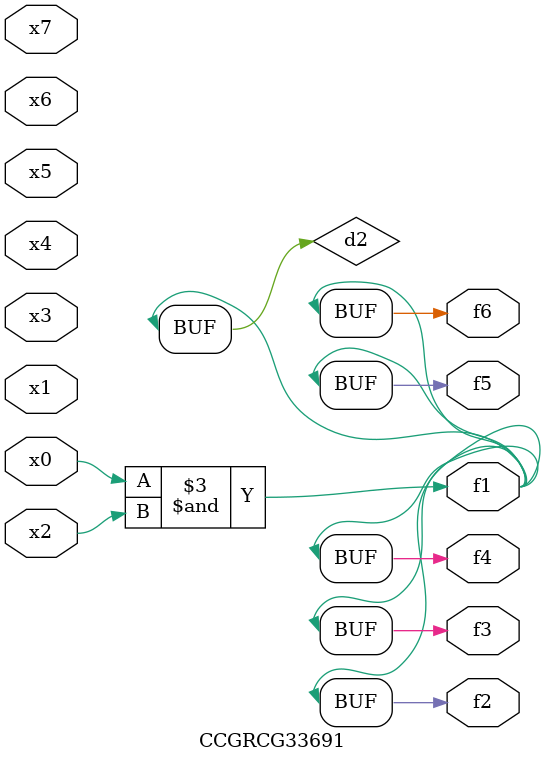
<source format=v>
module CCGRCG33691(
	input x0, x1, x2, x3, x4, x5, x6, x7,
	output f1, f2, f3, f4, f5, f6
);

	wire d1, d2;

	nor (d1, x3, x6);
	and (d2, x0, x2);
	assign f1 = d2;
	assign f2 = d2;
	assign f3 = d2;
	assign f4 = d2;
	assign f5 = d2;
	assign f6 = d2;
endmodule

</source>
